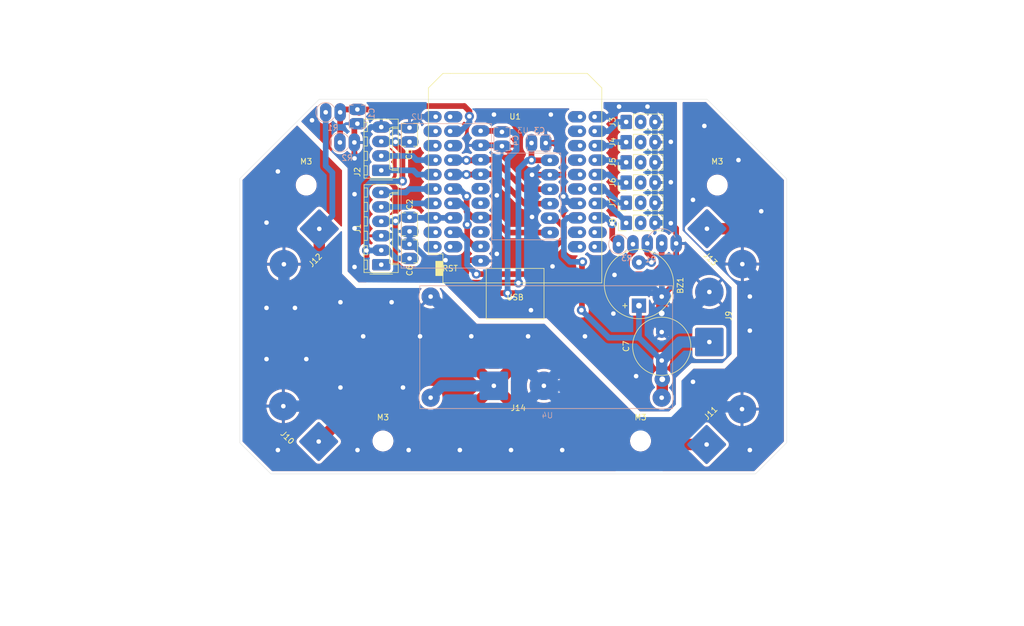
<source format=kicad_pcb>
(kicad_pcb (version 20241229) (generator "pcbnew") (generator_version "9.0")
  (title_block (title "ESP32FC - PCB for X Quadcopter Drones") (date "2025-06-29") (rev "v2.0"))
  (layers (0 "F.Cu" signal) (2 "B.Cu" signal) (13 "F.Paste" user) (15 "B.Paste" user) (5 "F.SilkS" user "F.Silkscreen") (7 "B.SilkS" user "B.Silkscreen") (1 "F.Mask" user) (3 "B.Mask" user) (25 "Edge.Cuts" user))
  (net 0 "")
  (net 1 "+5V")
  (net 2 "Net-(BZ1--)")
  (net 3 "GND")
  (net 4 "VMeter")
  (net 5 "+3.3V")
  (net 6 "+BATT")
  (net 7 "M3")
  (net 8 "M4")
  (net 9 "M2")
  (net 10 "M1")
  (net 11 "TX2")
  (net 12 "RX2")
  (net 13 "RX3")
  (net 14 "TX3")
  (net 15 "Net-(Q1-B)")
  (net 16 "SA0{slash}SD0{slash}AD0-MISO")
  (net 17 "Buzzer")
  (net 18 "StatusLED")
  (net 19 "SCK{slash}SCL")
  (net 21 "CSB")
  (net 34 "NCS")
  (net 39 "SDA{slash}SDI-MOSI")
  (net 47 "GNDPWR")
  (net 49 "SERVO1")
  (net 51 "SERVO2")
  (footprint "MountingHole:MountingHole_3.2mm_M3" (layer "F.Cu") (at 125.47875 126.4)
    (property "Reference" "M3")
    (property "Value" "MountingHole_3.2mm_M3")
  )
  (footprint "Capacitor_THT:C_Disc_D3.8mm_W2.6mm_P2.50mm" (layer "F.Cu") (at 130.15125 87.05 -90)
    (property "Reference" "C2")
    (property "Value" "100n")
  )
  (footprint "Connector_Molex:Molex_KK-254_AE-6410-06A_1x06_P2.54mm_Vertical" (layer "F.Cu") (at 125.17875 95.4 90)
    (property "Reference" "J1")
    (property "Value" "Conn_01x06_Pin")
  )
  (footprint "Capacitor_THT:C_Radial_D10.0mm_H12.5mm_P5.00mm" (layer "F.Cu") (at 174.50125 112.25 90)
    (property "Reference" "C7")
    (property "Value" "47u")
  )
  (footprint "MountingHole:MountingHole_3.2mm_M3" (layer "F.Cu") (at 170.77875 126.4)
    (property "Reference" "M3")
    (property "Value" "MountingHole_3.2mm_M3")
  )
  (footprint "Connector_PinHeader_2.54mm:PinHeader_1x03_P2.54mm_Vertical" (layer "F.Cu") (at 168.25 84.5 90)
    (property "Reference" "J7")
    (property "Value" "Conn_01x03_Pin")
  )
  (footprint "Connector_Wire:SolderWire-2.5sqmm_1x02_P8.8mm_D2.4mm_OD4.4mm" (layer "F.Cu") (at 114.27875 89.1 -135)
    (property "Reference" "J12")
    (property "Value" "Screw_Terminal_01x02" (hide yes))
  )
  (footprint "Connector_Wire:SolderWire-2.5sqmm_1x02_P8.8mm_D2.4mm_OD4.4mm" (layer "F.Cu") (at 114.17875 126.5 135)
    (property "Reference" "J10")
    (property "Value" "Screw_Terminal_01x02")
  )
  (footprint "esp32-wemos-d1-mini:esp32-wemos-d1-mini" (layer "F.Cu") (at 148.720615 80.815635)
    (property "Reference" "U1")
    (property "Value" "esp32-wemos-d1-mini")
  )
  (footprint "Capacitor_THT:C_Disc_D3.8mm_W2.6mm_P2.50mm" (layer "F.Cu") (at 130.15125 94.3 90)
    (property "Reference" "C6")
    (property "Value" "100n")
  )
  (footprint "Connector_PinHeader_2.54mm:PinHeader_1x03_P2.54mm_Vertical" (layer "F.Cu") (at 168.25 70.3 90)
    (property "Reference" "J3")
    (property "Value" "Conn_01x03_Pin")
  )
  (footprint "Connector_PinHeader_2.54mm:PinHeader_1x03_P2.54mm_Vertical" (layer "F.Cu") (at 168.25 80.95 90)
    (property "Reference" "J6")
    (property "Value" "Conn_01x03_Pin")
  )
  (footprint "Connector_Molex:Molex_KK-254_AE-6410-04A_1x04_P2.54mm_Vertical" (layer "F.Cu") (at 125.17875 78.81 90)
    (property "Reference" "J2")
    (property "Value" "Conn_01x04_Pin")
  )
  (footprint "Connector_Wire:SolderWire-2.5sqmm_1x02_P8.8mm_D2.4mm_OD4.4mm" (layer "F.Cu") (at 144.97875 116.7)
    (property "Reference" "J14")
    (property "Value" "Screw_Terminal_01x02" (hide yes))
  )
  (footprint "Connector_Wire:SolderWire-2.5sqmm_1x02_P8.8mm_D2.4mm_OD4.4mm" (layer "F.Cu") (at 182.40129 127.02254 45)
    (property "Reference" "J11")
    (property "Value" "Screw_Terminal_01x02" (hide yes))
  )
  (footprint "Connector_Wire:SolderWire-2.5sqmm_1x02_P8.8mm_D2.4mm_OD4.4mm" (layer "F.Cu") (at 182.45621 89.07746 -45)
    (property "Reference" "J13")
    (property "Value" "Screw_Terminal_01x02")
  )
  (footprint "Capacitor_THT:C_Disc_D3.8mm_W2.6mm_P2.50mm" (layer "F.Cu") (at 130.15125 73.8 90)
    (property "Reference" "C5")
    (property "Value" "100n")
  )
  (footprint "Connector_PinHeader_2.54mm:PinHeader_1x03_P2.54mm_Vertical" (layer "F.Cu") (at 168.25 77.4 90)
    (property "Reference" "J5")
    (property "Value" "Conn_01x03_Pin")
  )
  (footprint "MountingHole:MountingHole_3.2mm_M3" (layer "F.Cu") (at 111.97875 81.4)
    (property "Reference" "M3")
    (property "Value" "MountingHole_3.2mm_M3")
  )
  (footprint "Buzzer_Beeper:Buzzer_12x9.5RM7.6" (layer "F.Cu") (at 170.5 102.6 90)
    (property "Reference" "BZ1")
    (property "Value" "Buzzer")
  )
  (footprint "Connector_Wire:SolderWire-2.5sqmm_1x02_P8.8mm_D2.4mm_OD4.4mm" (layer "F.Cu") (at 182.87875 109 90)
    (property "Reference" "J9")
    (property "Value" "Screw_Terminal_01x02")
  )
  (footprint "MountingHole:MountingHole_3.2mm_M3" (layer "F.Cu") (at 184.27875 81.4)
    (property "Reference" "M3")
    (property "Value" "MountingHole_3.2mm_M3")
  )
  (footprint "Connector_PinHeader_2.54mm:PinHeader_1x03_P2.54mm_Vertical" (layer "F.Cu") (at 168.25 88.05 90)
    (property "Reference" "J8")
    (property "Value" "Conn_01x03_Pin")
  )
  (footprint "Connector_PinHeader_2.54mm:PinHeader_1x03_P2.54mm_Vertical" (layer "F.Cu") (at 168.25 73.85 90)
    (property "Reference" "J4")
    (property "Value" "Conn_01x03_Pin")
  )
  (footprint "esp32-wemos-d1-mini:xl4005 DC-DC stepdown module" (layer "B.Cu") (at 154.17875 124.505)
    (property "Reference" "U4")
    (property "Value" "~")
  )
  (footprint "Package_TO_SOT_THT:TO-92_Inline_Wide" (layer "B.Cu") (at 177.04 91.66 180)
    (property "Reference" "Q1")
    (property "Value" "2N3904")
  )
  (footprint "Capacitor_THT:C_Disc_D3.8mm_W2.6mm_P2.50mm" (layer "B.Cu") (at 151.6 74)
    (property "Reference" "C3")
    (property "Value" "100n")
  )
  (footprint "esp32-wemos-d1-mini:bmp280" (layer "B.Cu") (at 150.3825 71.97 180)
    (property "Reference" "U3")
    (property "Value" "~")
  )
  (footprint "Resistor_THT:R_Axial_DIN0309_L9.0mm_D3.2mm_P2.54mm_Vertical" (layer "B.Cu") (at 117.90875 73.9)
    (property "Reference" "R2")
    (property "Value" "3.3k")
  )
  (footprint "esp32-wemos-d1-mini:mpu9250" (layer "B.Cu") (at 136.30125 66.79 180)
    (property "Reference" "U2")
    (property "Value" "~")
  )
  (footprint "Capacitor_THT:C_Disc_D3.8mm_W2.6mm_P2.50mm" (layer "B.Cu") (at 120.97875 68.1 -90)
    (property "Reference" "C1")
    (property "Value" "100n")
  )
  (footprint "Capacitor_THT:C_Disc_D3.8mm_W2.6mm_P2.50mm" (layer "B.Cu") (at 146.40125 72.05 -90)
    (property "Reference" "C4")
    (property "Value" "100n")
  )
  (footprint "Resistor_THT:R_Axial_DIN0309_L9.0mm_D3.2mm_P2.54mm_Vertical" (layer "B.Cu") (at 166.9 91.8)
    (property "Reference" "R3")
    (property "Value" "1k")
  )
  (footprint "Resistor_THT:R_Axial_DIN0309_L9.0mm_D3.2mm_P2.54mm_Vertical" (layer "B.Cu") (at 115.40875 68.6)
    (property "Reference" "R1")
    (property "Value" "22k")
  )
  (gr_line (start 100.27875 126.7) (end 105.77875 132.2) (stroke (width 0.05)) (layer "Edge.Cuts"))
  (gr_line (start 114.27875 66.3) (end 182.47875 66.3) (stroke (width 0.05)) (layer "Edge.Cuts"))
  (gr_line (start 100.27875 126.7) (end 100.27875 80.3) (stroke (width 0.05)) (layer "Edge.Cuts"))
  (gr_line (start 105.77875 132.2) (end 190.97875 132.2) (stroke (width 0.05)) (layer "Edge.Cuts"))
  (gr_line (start 190.97875 132.2) (end 196.47875 126.7) (stroke (width 0.05)) (layer "Edge.Cuts"))
  (gr_line (start 114.27875 66.3) (end 100.27875 80.3) (stroke (width 0.05)) (layer "Edge.Cuts"))
  (gr_line (start 182.47875 66.3) (end 196.47875 80.3) (stroke (width 0.05)) (layer "Edge.Cuts"))
  (gr_line (start 196.47875 80.3) (end 196.47875 126.7) (stroke (width 0.05)) (layer "Edge.Cuts"))
  (segment (start 122.57875 96.9) (end 122.57875 92.9) (width 1) (layer "F.Cu") (net 1))
  (segment (start 146.47125 71.87) (end 146.65125 72.05) (width 1) (layer "F.Cu") (net 1))
  (segment (start 122.57875 92.9) (end 122.6 92.87875) (width 1) (layer "F.Cu") (net 1))
  (segment (start 147.4 100.4) (end 160.37875 100.4) (width 1) (layer "F.Cu") (net 1))
  (segment (start 160.57875 94.9) (end 160.47875 95) (width 1) (layer "F.Cu") (net 1))
  (segment (start 128.9 80.7) (end 128.9 75.5) (width 1) (layer "F.Cu") (net 1))
  (segment (start 142.90125 71.87) (end 146.47125 71.87) (width 1) (layer "F.Cu") (net 1))
  (segment (start 123.27875 97.6) (end 122.57875 96.9) (width 1) (layer "F.Cu") (net 1))
  (segment (start 174.60125 117.6875) (end 174.49875 117.79) (width 2) (layer "F.Cu") (net 1))
  (segment (start 174.52125 115.63) (end 174.60125 115.55) (width 2) (layer "F.Cu") (net 1))
  (segment (start 160.47875 103.3) (end 160.37875 103.4) (width 1) (layer "F.Cu") (net 1))
  (segment (start 128.9 75.5) (end 127.7 74.3) (width 1) (layer "F.Cu") (net 1))
  (segment (start 160.47875 95) (end 160.47875 100.3) (width 1) (layer "F.Cu") (net 1))
  (segment (start 147.4 100.4) (end 140.2 100.4) (width 1) (layer "F.Cu") (net 1))
  (segment (start 160.47875 100.3) (end 160.47875 103.3) (width 1) (layer "F.Cu") (net 1))
  (segment (start 140.2 100.4) (end 137.4 97.6) (width 1) (layer "F.Cu") (net 1))
  (segment (start 160.37875 100.4) (end 160.47875 100.3) (width 1) (layer "F.Cu") (net 1))
  (segment (start 127.7 74.3) (end 127.7 73.8) (width 1) (layer "F.Cu") (net 1))
  (segment (start 137.4 97.6) (end 123.27875 97.6) (width 1) (layer "F.Cu") (net 1))
  (segment (start 174.60125 115.55) (end 174.60125 117.6875) (width 2) (layer "F.Cu") (net 1))
  (via (at 128.9 80.7) (size 1.6) (drill 0.8) (layers "F.Cu" "B.Cu") (net 1))
  (via (at 160.57875 94.9) (size 1.6) (drill 0.8) (layers "F.Cu" "B.Cu") (net 1))
  (via (at 174.60125 115.55) (size 2.7) (drill 1) (layers "F.Cu" "B.Cu") (net 1))
  (via (at 160.37875 103.4) (size 1.6) (drill 0.8) (layers "F.Cu" "B.Cu") (net 1))
  (via (at 127.7 73.8) (size 1.6) (drill 0.8) (layers "F.Cu" "B.Cu") (net 1))
  (via (at 147.4 100.4) (size 1.6) (drill 0.8) (layers "F.Cu" "B.Cu") (net 1))
  (via (at 122.57875 92.9) (size 1.6) (drill 0.8) (layers "F.Cu" "B.Cu") (net 1))
  (segment (start 174.50125 115.45) (end 174.60125 115.55) (width 2) (layer "B.Cu") (net 1))
  (segment (start 126.40125 92.855635) (end 127.845615 94.3) (width 1) (layer "B.Cu") (net 1))
  (segment (start 158.37875 94.9) (end 157.299615 93.820865) (width 1) (layer "B.Cu") (net 1))
  (segment (start 174.60125 112.35) (end 174.50125 112.25) (width 2) (layer "B.Cu") (net 1))
  (segment (start 182.87875 109) (end 177.75125 109) (width 2) (layer "B.Cu") (net 1))
  (segment (start 122.57875 92.9) (end 122.57875 81.62125) (width 1) (layer "B.Cu") (net 1))
  (segment (start 147.4 100.4) (end 147.4 76.85) (width 1) (layer "B.Cu") (net 1))
  (segment (start 122.57875 92.9) (end 124.39002 92.9) (width 1) (layer "B.Cu") (net 1))
  (segment (start 160.57875 94.9) (end 158.37875 94.9) (width 1) (layer "B.Cu") (net 1))
  (segment (start 148.3 72.05) (end 146.40125 72.05) (width 1) (layer "B.Cu") (net 1))
  (segment (start 170.50125 108.25) (end 174.50125 112.25) (width 1) (layer "B.Cu") (net 1))
  (segment (start 126.456885 92.8) (end 126.40125 92.855635) (width 1) (layer "B.Cu") (net 1))
  (segment (start 127.845615 94.3) (end 130.15125 94.3) (width 1) (layer "B.Cu") (net 1))
  (segment (start 122.57875 81.62125) (end 123.5 80.7) (width 1) (layer "B.Cu") (net 1))
  (segment (start 170.50125 102.45) (end 170.50125 108.25) (width 1) (layer "B.Cu") (net 1))
  (segment (start 149 72.75) (end 148.3 72.05) (width 1) (layer "B.Cu") (net 1))
  (segment (start 165.22875 108.25) (end 170.50125 108.25) (width 1) (layer "B.Cu") (net 1))
  (segment (start 160.37875 103.4) (end 165.22875 108.25) (width 1) (layer "B.Cu") (net 1))
  (segment (start 174.50125 112.25) (end 174.50125 115.45) (width 2) (layer "B.Cu") (net 1))
  (segment (start 157.299615 93.820865) (end 157.299615 87.764712) (width 1) (layer "B.Cu") (net 1))
  (segment (start 124.39002 92.9) (end 124.434385 92.855635) (width 1) (layer "B.Cu") (net 1))
  (segment (start 147.4 76.85) (end 149 75.25) (width 1) (layer "B.Cu") (net 1))
  (segment (start 149 75.25) (end 149 72.75) (width 1) (layer "B.Cu") (net 1))
  (segment (start 123.5 80.7) (end 128.9 80.7) (width 1) (layer "B.Cu") (net 1))
  (segment (start 127.7 73.8) (end 126.715615 73.8) (width 1) (layer "B.Cu") (net 1))
  (segment (start 124.434385 92.855635) (end 126.40125 92.855635) (width 1) (layer "B.Cu") (net 1))
  (segment (start 130.15125 73.8) (end 127.7 73.8) (width 1) (layer "B.Cu") (net 1))
  (segment (start 177.75125 109) (end 174.50125 112.25) (width 2) (layer "B.Cu") (net 1))
  (segment (start 157.898692 87.165635) (end 160.150615 87.165635) (width 1) (layer "B.Cu") (net 1))
  (segment (start 157.299615 87.764712) (end 157.898692 87.165635) (width 1) (layer "B.Cu") (net 1))
  (segment (start 174.55125 112.3) (end 174.50125 112.25) (width 2) (layer "B.Cu") (net 1))
  (segment (start 172.689339 94.989339) (end 172.689339 94.069339) (width 1) (layer "F.Cu") (net 2))
  (segment (start 172.689339 94.069339) (end 171.96 93.34) (width 1) (layer "F.Cu") (net 2))
  (segment (start 171.96 93.34) (end 171.96 91.66) (width 1) (layer "F.Cu") (net 2))
  (via (at 172.689339 94.989339) (size 1.6) (drill 0.8) (layers "F.Cu" "B.Cu") (net 2))
  (segment (start 170.5 95) (end 172.678678 95) (width 1) (layer "B.Cu") (net 2))
  (segment (start 172.678678 95) (end 172.689339 94.989339) (width 1) (layer "B.Cu") (net 2))
  (segment (start 142.65125 94.73) (end 142.52125 94.6) (width 1) (layer "F.Cu") (net 3))
  (segment (start 121.91875 70.64) (end 121.87875 70.6) (width 1) (layer "F.Cu") (net 3))
  (segment (start 157.2 79.6) (end 157.2 75.6) (width 1) (layer "F.Cu") (net 3))
  (segment (start 154.1 74) (end 155.6 74) (width 1) (layer "F.Cu") (net 3))
  (segment (start 146.65125 74.55) (end 151.69125 79.59) (width 1) (layer "F.Cu") (net 3))
  (segment (start 157.19 79.59) (end 157.2 79.6) (width 1) (layer "F.Cu") (net 3))
  (segment (start 174.52125 103.93) (end 174.50125 103.95) (width 2) (layer "F.Cu") (net 3))
  (segment (start 177.04 98.46875) (end 174.49875 101.01) (width 1) (layer "F.Cu") (net 3))
  (segment (start 120.44875 75.83) (end 120.44875 73.9) (width 1) (layer "F.Cu") (net 3))
  (segment (start 157.2 83.4) (end 157.2 79.6) (width 1) (layer "F.Cu") (net 3))
  (segment (start 120.44875 73.9) (end 120.44875 71.13) (width 1) (layer "F.Cu") (net 3))
  (segment (start 177.04 91.66) (end 177.04 98.46875) (width 1) (layer "F.Cu") (net 3))
  (segment (start 155.6 74) (end 157.2 75.6) (width 1) (layer "F.Cu") (net 3))
  (segment (start 120.47875 75.86) (end 120.44875 75.83) (width 1) (layer "F.Cu") (net 3))
  (segment (start 142.52125 94.6) (end 136.47875 94.6) (width 1) (layer "F.Cu") (net 3))
  (segment (start 120.44875 71.13) (end 120.97875 70.6) (width 1) (layer "F.Cu") (net 3))
  (segment (start 120.47875 76.7) (end 120.47875 75.86) (width 1) (layer "F.Cu") (net 3))
  (segment (start 177.04 89.04) (end 177.04 91.66) (width 1) (layer "F.Cu") (net 3))
  (segment (start 174.52125 100.86) (end 174.52125 103.93) (width 2) (layer "F.Cu") (net 3))
  (segment (start 176.1 88.1) (end 177.04 89.04) (width 1) (layer "F.Cu") (net 3))
  (segment (start 154.77875 79.59) (end 157.19 79.59) (width 1) (layer "F.Cu") (net 3))
  (segment (start 151.69125 79.59) (end 154.77875 79.59) (width 1) (layer "F.Cu") (net 3))
  (segment (start 145.01125 74.41) (end 142.90125 74.41) (width 1) (layer "F.Cu") (net 3))
  (via (at 157.2 83.4) (size 1.6) (drill 0.8) (layers "F.Cu" "B.Cu") (net 3))
  (via (at 155.3 95.7) (size 1.6) (drill 0.8) (layers "F.Cu" "B.Cu") (net 3))
  (via (at 151.69125 87) (size 1.6) (drill 0.8) (layers "F.Cu" "B.Cu") (net 3))
  (via (at 166 104) (size 1.6) (drill 0.8) (layers "F.Cu" "B.Cu") (net 3))
  (via (at 120.47875 89) (size 1.6) (drill 0.8) (layers "F.Cu" "B.Cu") (net 3))
  (via (at 113 70) (size 1.6) (drill 0.8) (layers "F.Cu" "B.Cu") (net 3))
  (via (at 176.1 73.8) (size 1.6) (drill 0.8) (layers "F.Cu" "B.Cu") (net 3))
  (via (at 145 69) (size 1.6) (drill 0.8) (layers "F.Cu" "B.Cu") (net 3))
  (via (at 120.47875 95.8) (size 1.6) (drill 0.8) (layers "F.Cu" "B.Cu") (net 3))
  (via (at 176.1 88.1) (size 1.6) (drill 0.8) (layers "F.Cu" "B.Cu") (net 3))
  (via (at 167 67.6) (size 1.6) (drill 0.8) (layers "F.Cu" "B.Cu") (net 3))
  (via (at 151.69125 79.59) (size 1.6) (drill 0.8) (layers "F.Cu" "B.Cu") (net 3))
  (via (at 172 67.6) (size 1.6) (drill 0.8) (layers "F.Cu" "B.Cu") (net 3))
  (via (at 136.47875 94.6) (size 1.6) (drill 0.8) (layers "F.Cu" "B.Cu") (net 3))
  (via (at 120.47875 76.7) (size 1.6) (drill 0.8) (layers "F.Cu" "B.Cu") (net 3))
  (via (at 161 108) (size 1.6) (drill 0.8) (layers "F.Cu" "B.Cu") (net 3))
  (via (at 170 115) (size 1.6) (drill 0.8) (layers "F.Cu" "B.Cu") (net 3))
  (via (at 145.5 83.2) (size 1.6) (drill 0.8) (layers "F.Cu" "B.Cu") (net 3))
  (via (at 166.2 97.2) (size 1.6) (drill 0.8) (layers "F.Cu" "B.Cu") (net 3))
  (via (at 145.5 93.5) (size 1.6) (drill 0.8) (layers "F.Cu" "B.Cu") (net 3))
  (via (at 120.47875 83) (size 1.6) (drill 0.8) (layers "F.Cu" "B.Cu") (net 3))
  (via (at 176.1 80.9) (size 1.6) (drill 0.8) (layers "F.Cu" "B.Cu") (net 3))
  (via (at 155 69) (size 1.6) (drill 0.8) (layers "F.Cu" "B.Cu") (net 3))
  (via (at 151.50573 103.400707) (size 1.6) (drill 0.8) (layers "F.Cu" "B.Cu") (net 3))
  (via (at 174.50125 103.95) (size 2.7) (drill 1) (layers "F.Cu" "B.Cu") (net 3))
  (segment (start 122.27875 97.6) (end 120.47875 95.8) (width 1) (layer "B.Cu") (net 3))
  (segment (start 130.15125 91.8) (end 129.05125 91.8) (width 1) (layer "B.Cu") (net 3))
  (segment (start 176.07875 107) (end 174.50125 107) (width 2) (layer "B.Cu") (net 3))
  (segment (start 160.150615 84.625635) (end 158.425635 84.625635) (width 1) (layer "B.Cu") (net 3))
  (segment (start 167 67.55) (end 165.164365 69.385635) (width 1) (layer "B.Cu") (net 3))
  (segment (start 151.69125 92.09125) (end 155.3 95.7) (width 1) (layer "B.Cu") (net 3))
  (segment (start 173.300615 68.900615) (end 172 67.6) (width 1) (layer "B.Cu") (net 3))
  (segment (start 173.27875 97.2) (end 174.52125 98.4425) (width 1) (layer "B.Cu") (net 3))
  (segment (start 174.52125 98.4425) (end 174.52125 100.86) (width 1) (layer "B.Cu") (net 3))
  (segment (start 120.47875 76.7) (end 120.47875 83) (width 1) (layer "B.Cu") (net 3))
  (segment (start 133.356827 94.5) (end 130.656827 91.8) (width 1) (layer "B.Cu") (net 3))
  (segment (start 129.05125 91.8) (end 127.566885 90.315635) (width 1) (layer "B.Cu") (net 3))
  (segment (start 172.56125 98.9) (end 174.52125 100.86) (width 1) (layer "B.Cu") (net 3))
  (segment (start 122.57875 75.7) (end 122.57875 72) (width 1) (layer "B.Cu") (net 3))
  (segment (start 130.656827 91.8) (end 130.15125 91.8) (width 1) (layer "B.Cu") (net 3))
  (segment (start 149.77875 103.4) (end 143.17875 103.4) (width 1) (layer "B.Cu") (net 3))
  (segment (start 176.05 88.05) (end 176.1 88.1) (width 1) (layer "B.Cu") (net 3))
  (segment (start 154.5 100.4) (end 174.06125 100.4) (width 1) (layer "B.Cu") (net 3))
  (segment (start 174.50125 107.25) (end 174.50125 107) (width 2) (layer "B.Cu") (net 3))
  (segment (start 182.87875 100.2) (end 176.07875 107) (width 2) (layer "B.Cu") (net 3))
  (segment (start 123.38875 71.19) (end 125.17875 71.19) (width 1) (layer "B.Cu") (net 3))
  (segment (start 151.69125 87) (end 151.69125 92.09125) (width 1) (layer "B.Cu") (net 3))
  (segment (start 143.17875 103.4) (end 137.37875 97.6) (width 1) (layer "B.Cu") (net 3))
  (segment (start 136.37875 94.5) (end 133.356827 94.5) (width 1) (layer "B.Cu") (net 3))
  (segment (start 152.7 98.9) (end 172.56125 98.9) (width 1) (layer "B.Cu") (net 3))
  (segment (start 151.50573 103.400707) (end 151.50573 103.39427) (width 1) (layer "B.Cu") (net 3))
  (segment (start 165.164365 69.385635) (end 162.690615 69.385635) (width 1) (layer "B.Cu") (net 3))
  (segment (start 151.50573 103.39427) (end 154.5 100.4) (width 1) (layer "B.Cu") (net 3))
  (segment (start 126.65125 71.195635) (end 130.046885 71.195635) (width 1) (layer "B.Cu") (net 3))
  (segment (start 136.47875 94.6) (end 143.87875 102) (width 1) (layer "B.Cu") (net 3))
  (segment (start 156.8 97.2) (end 166.2 97.2) (width 1) (layer "B.Cu") (net 3))
  (segment (start 130.046885 71.195635) (end 130.15125 71.3) (width 1) (layer "B.Cu") (net 3))
  (segment (start 122.57875 72) (end 123.38875 71.19) (width 1) (layer "B.Cu") (net 3))
  (segment (start 174.28125 101.1) (end 174.52125 100.86) (width 1) (layer "B.Cu") (net 3))
  (segment (start 120.47875 76.7) (end 121.57875 76.7) (width 1) (layer "B.Cu") (net 3))
  (segment (start 173.300615 83.949365) (end 173.300615 68.900615) (width 1) (layer "B.Cu") (net 3))
  (segment (start 137.37875 97.6) (end 122.27875 97.6) (width 1) (layer "B.Cu") (net 3))
  (segment (start 127.566885 90.315635) (end 126.40125 90.315635) (width 1) (layer "B.Cu") (net 3))
  (segment (start 130.15125 91.8) (end 130.15125 89.55) (width 1) (layer "B.Cu") (net 3))
  (segment (start 155.3 95.7) (end 156.8 97.2) (width 1) (layer "B.Cu") (net 3))
  (segment (start 136.47875 94.6) (end 136.37875 94.5) (width 1) (layer "B.Cu") (net 3))
  (segment (start 151.50573 103.400707) (end 149.779457 103.400707) (width 1) (layer "B.Cu") (net 3))
  (segment (start 120.47875 83) (end 120.47875 88) (width 1) (layer "B.Cu") (net 3))
  (segment (start 149.6 102) (end 152.7 98.9) (width 1) (layer "B.Cu") (net 3))
  (segment (start 172 67.6) (end 172 67.55) (width 1) (layer "B.Cu") (net 3))
  (segment (start 166.2 97.2) (end 173.27875 97.2) (width 1) (layer "B.Cu") (net 3))
  (segment (start 132.065615 69.385635) (end 130.15125 71.3) (width 1) (layer "B.Cu") (net 3))
  (segment (start 167 67.6) (end 172 67.6) (width 1) (layer "B.Cu") (net 3))
  (segment (start 173.33 88.05) (end 176.05 88.05) (width 1) (layer "B.Cu") (net 3))
  (segment (start 120.47875 88) (end 120.47875 95.8) (width 1) (layer "B.Cu") (net 3))
  (segment (start 174.06125 100.4) (end 174.52125 100.86) (width 1) (layer "B.Cu") (net 3))
  (segment (start 143.87875 102) (end 149.6 102) (width 1) (layer "B.Cu") (net 3))
  (segment (start 149.779457 103.400707) (end 149.77875 103.4) (width 1) (layer "B.Cu") (net 3))
  (segment (start 158.425635 84.625635) (end 157.2 83.4) (width 1) (layer "B.Cu") (net 3))
  (segment (start 121.57875 76.7) (end 122.57875 75.7) (width 1) (layer "B.Cu") (net 3))
  (segment (start 134.750615 69.385635) (end 132.065615 69.385635) (width 1) (layer "B.Cu") (net 3))
  (segment (start 174.50125 107) (end 174.50125 103.95) (width 2) (layer "B.Cu") (net 3))
  (segment (start 151.69125 79.59) (end 151.69125 87) (width 1) (layer "B.Cu") (net 3))
  (segment (start 173.33 84.5) (end 173.33 88.05) (width 1) (layer "B.Cu") (net 3))
  (segment (start 121.17875 68.6) (end 121.27875 68.7) (width 1) (layer "F.Cu") (net 4))
  (segment (start 130.534385 68.1) (end 118.44875 68.1) (width 1) (layer "F.Cu") (net 4))
  (segment (start 140.67875 69.3) (end 140.67875 68.4) (width 1) (layer "F.Cu") (net 4))
  (segment (start 139.77875 67.5) (end 131.134385 67.5) (width 1) (layer "F.Cu") (net 4))
  (segment (start 117.94875 68.6) (end 117.94875 73.86) (width 1) (layer "F.Cu") (net 4))
  (segment (start 118.44875 68.1) (end 117.94875 68.6) (width 1) (layer "F.Cu") (net 4))
  (segment (start 117.94875 73.86) (end 117.90875 73.9) (width 1) (layer "F.Cu") (net 4))
  (segment (start 140.67875 68.4) (end 139.77875 67.5) (width 1) (layer "F.Cu") (net 4))
  (segment (start 131.134385 67.5) (end 130.534385 68.1) (width 1) (layer "F.Cu") (net 4))
  (via (at 140.67875 69.3) (size 1.6) (drill 0.8) (layers "F.Cu" "B.Cu") (net 4))
  (segment (start 140.67875 70.4) (end 140.67875 69.3) (width 1) (layer "B.Cu") (net 4))
  (segment (start 139.153115 71.925635) (end 140.67875 70.4) (width 1) (layer "B.Cu") (net 4))
  (segment (start 137.290615 71.925635) (end 139.153115 71.925635) (width 1) (layer "B.Cu") (net 4))
  (segment (start 138.1 96.2) (end 140.459 98.559) (width 1) (layer "F.Cu") (net 5))
  (segment (start 154.77875 77.05) (end 151.65 77.05) (width 1) (layer "F.Cu") (net 5))
  (segment (start 140.459 98.559) (end 146.13775 98.559) (width 1) (layer "F.Cu") (net 5))
  (segment (start 127.7 95.07125) (end 128.82875 96.2) (width 1) (layer "F.Cu") (net 5))
  (segment (start 127.76175 87.7) (end 127.7 87.76175) (width 1) (layer "F.Cu") (net 5))
  (segment (start 149.244069 98.55) (end 149.3 98.605931) (width 1) (layer "F.Cu") (net 5))
  (segment (start 146.13775 98.559) (end 146.14675 98.55) (width 1) (layer "F.Cu") (net 5))
  (segment (start 128.82875 96.2) (end 138.1 96.2) (width 1) (layer "F.Cu") (net 5))
  (segment (start 151.65 77.05) (end 151.6 77) (width 1) (layer "F.Cu") (net 5))
  (segment (start 127.7 87.7) (end 127.76175 87.7) (width 1) (layer "F.Cu") (net 5))
  (segment (start 151.6 74) (end 151.6 77) (width 1) (layer "F.Cu") (net 5))
  (segment (start 127.7 87.76175) (end 127.7 95.07125) (width 1) (layer "F.Cu") (net 5))
  (segment (start 146.14675 98.55) (end 149.244069 98.55) (width 1) (layer "F.Cu") (net 5))
  (via (at 149.3 98.605931) (size 1.6) (drill 0.8) (layers "F.Cu" "B.Cu") (net 5))
  (via (at 151.6 77) (size 1.6) (drill 0.8) (layers "F.Cu" "B.Cu") (net 5))
  (via (at 127.7 87.7) (size 1.6) (drill 0.8) (layers "F.Cu" "B.Cu") (net 5))
  (segment (start 149.3 78.6) (end 150.9 77) (width 1) (layer "B.Cu") (net 5))
  (segment (start 134.750615 87.165635) (end 130.766885 87.165635) (width 1) (layer "B.Cu") (net 5))
  (segment (start 150.9 77) (end 151.6 77) (width 1) (layer "B.Cu") (net 5))
  (segment (start 127.89875 87.78) (end 128.62875 87.05) (width 1) (layer "B.Cu") (net 5))
  (segment (start 151.65 77.05) (end 151.6 77) (width 1) (layer "B.Cu") (net 5))
  (segment (start 127.78 87.78) (end 127.89875 87.78) (width 1) (layer "B.Cu") (net 5))
  (segment (start 128.62875 87.05) (end 130.15125 87.05) (width 1) (layer "B.Cu") (net 5))
  (segment (start 149.3 98.605931) (end 149.3 78.6) (width 1) (layer "B.Cu") (net 5))
  (segment (start 137.290615 87.165635) (end 134.750615 87.165635) (width 1) (layer "B.Cu") (net 5))
  (segment (start 130.266885 87.165635) (end 130.15125 87.05) (width 1) (layer "B.Cu") (net 5))
  (segment (start 127.62 87.78) (end 125.17875 87.78) (width 1) (layer "B.Cu") (net 5))
  (segment (start 127.7 87.7) (end 127.62 87.78) (width 1) (layer "B.Cu") (net 5))
  (segment (start 127.7 87.7) (end 127.78 87.78) (width 1) (layer "B.Cu") (net 5))
  (segment (start 114.27875 89.1) (end 114.27875 105.6) (width 2) (layer "F.Cu") (net 6))
  (segment (start 160.57875 123.5) (end 167.37875 130.3) (width 2) (layer "F.Cu") (net 6))
  (segment (start 120.57875 111.9) (end 140.17875 111.9) (width 2) (layer "F.Cu") (net 6))
  (segment (start 193.77875 93.1) (end 193.77875 109.3) (width 2) (layer "F.Cu") (net 6))
  (segment (start 167.87875 123.4) (end 156.17875 111.7) (width 2) (layer "F.Cu") (net 6))
  (segment (start 151.77875 123.5) (end 160.57875 123.5) (width 2) (layer "F.Cu") (net 6))
  (segment (start 114.17875 126.5) (end 117.87875 122.8) (width 2) (layer "F.Cu") (net 6))
  (segment (start 149.97875 111.7) (end 144.97875 116.7) (width 2) (layer "F.Cu") (net 6))
  (segment (start 189.75621 89.07746) (end 193.77875 93.1) (width 2) (layer "F.Cu") (net 6))
  (segment (start 117.87875 122.8) (end 138.87875 122.8) (width 2) (layer "F.Cu") (net 6))
  (segment (start 167.37875 130.3) (end 173.67875 130.3) (width 2) (layer "F.Cu") (net 6))
  (segment (start 177 123.4) (end 167.87875 123.4) (width 2) (layer "F.Cu") (net 6))
  (segment (start 193.77875 109.3) (end 186.37875 116.7) (width 2) (layer "F.Cu") (net 6))
  (segment (start 183.7 116.7) (end 177 123.4) (width 2) (layer "F.Cu") (net 6))
  (segment (start 176.95621 127.02254) (end 182.40129 127.02254) (width 2) (layer "F.Cu") (net 6))
  (segment (start 173.67875 130.3) (end 176.95621 127.02254) (width 2) (layer "F.Cu") (net 6))
  (segment (start 182.45621 89.07746) (end 189.75621 89.07746) (width 2) (layer "F.Cu") (net 6))
  (segment (start 186.37875 116.7) (end 183.7 116.7) (width 2) (layer "F.Cu") (net 6))
  (segment (start 140.17875 111.9) (end 144.97875 116.7) (width 2) (layer "F.Cu") (net 6))
  (segment (start 138.87875 122.8) (end 144.97875 116.7) (width 2) (layer "F.Cu") (net 6))
  (segment (start 156.17875 111.7) (end 149.97875 111.7) (width 2) (layer "F.Cu") (net 6))
  (segment (start 114.27875 105.6) (end 120.57875 111.9) (width 2) (layer "F.Cu") (net 6))
  (segment (start 144.97875 116.7) (end 151.77875 123.5) (width 2) (layer "F.Cu") (net 6))
  (segment (start 115.40875 78.03) (end 116.57875 79.2) (width 1) (layer "B.Cu") (net 6))
  (segment (start 116.57875 86.8) (end 114.27875 89.1) (width 1) (layer "B.Cu") (net 6))
  (segment (start 144.97875 116.7) (end 135.82125 116.7) (width 2) (layer "B.Cu") (net 6))
  (segment (start 135.82125 116.7) (end 133.88125 118.64) (width 2) (layer "B.Cu") (net 6))
  (segment (start 144.97875 117.8) (end 144.97875 116.7) (width 2) (layer "B.Cu") (net 6))
  (segment (start 116.57875 79.2) (end 116.57875 86.8) (width 1) (layer "B.Cu") (net 6))
  (segment (start 182.40129 128.22254) (end 181.92383 128.7) (width 2) (layer "B.Cu") (net 6))
  (segment (start 115.40875 68.6) (end 115.40875 78.03) (width 1) (layer "B.Cu") (net 6))
  (segment (start 162.690615 77.005635) (end 165.36127 77.005635) (width 1) (layer "B.Cu") (net 7))
  (segment (start 165.755635 77.4) (end 168.25 77.4) (width 1) (layer "B.Cu") (net 7))
  (segment (start 165.36127 77.005635) (end 165.755635 77.4) (width 1) (layer "B.Cu") (net 7))
  (segment (start 165.195635 79.545635) (end 166.6 80.95) (width 1) (layer "B.Cu") (net 8))
  (segment (start 162.690615 79.545635) (end 165.195635 79.545635) (width 1) (layer "B.Cu") (net 8))
  (segment (start 166.6 80.95) (end 168.25 80.95) (width 1) (layer "B.Cu") (net 8))
  (segment (start 166.1 73.85) (end 168.25 73.85) (width 1) (layer "B.Cu") (net 9))
  (segment (start 165.484365 74.465635) (end 166.1 73.85) (width 1) (layer "B.Cu") (net 9))
  (segment (start 162.690615 74.465635) (end 165.484365 74.465635) (width 1) (layer "B.Cu") (net 9))
  (segment (start 168.05498 74.465635) (end 168.220615 74.3) (width 1) (layer "B.Cu") (net 9))
  (segment (start 162.690615 71.925635) (end 165.124365 71.925635) (width 1) (layer "B.Cu") (net 10))
  (segment (start 165.124365 71.925635) (end 166.75 70.3) (width 1) (layer "B.Cu") (net 10))
  (segment (start 166.75 70.3) (end 168.25 70.3) (width 1) (layer "B.Cu") (net 10))
  (segment (start 130.81 78.81) (end 131.55 79.55) (width 1) (layer "B.Cu") (net 11))
  (segment (start 134.74625 79.55) (end 134.750615 79.545635) (width 1) (layer "B.Cu") (net 11))
  (segment (start 131.55 79.55) (end 134.74625 79.55) (width 1) (layer "B.Cu") (net 11))
  (segment (start 125.17875 78.81) (end 130.81 78.81) (width 1) (layer "B.Cu") (net 11))
  (segment (start 131.405635 77.005635) (end 134.750615 77.005635) (width 1) (layer "B.Cu") (net 12))
  (segment (start 130.675635 76.275635) (end 131.405635 77.005635) (width 1) (layer "B.Cu") (net 12))
  (segment (start 126.65125 76.275635) (end 130.675635 76.275635) (width 1) (layer "B.Cu") (net 12))
  (segment (start 130.115615 82.085635) (end 129.505615 82.695635) (width 1) (layer "B.Cu") (net 13))
  (segment (start 134.250615 82.085635) (end 130.115615 82.085635) (width 1) (layer "B.Cu") (net 13))
  (segment (start 129.505615 82.695635) (end 126.65125 82.695635) (width 1) (layer "B.Cu") (net 13))
  (segment (start 130.325615 84.625635) (end 129.715615 85.235635) (width 1) (layer "B.Cu") (net 14))
  (segment (start 129.715615 85.235635) (end 126.65125 85.235635) (width 1) (layer "B.Cu") (net 14))
  (segment (start 134.750615 84.625635) (end 130.325615 84.625635) (width 1) (layer "B.Cu") (net 14))
  (segment (start 169.1 97.1) (end 172.9 97.1) (width 1) (layer "F.Cu") (net 15))
  (segment (start 172.9 97.1) (end 174.5 95.5) (width 1) (layer "F.Cu") (net 15))
  (segment (start 168.4 96.4) (end 169.1 97.1) (width 1) (layer "F.Cu") (net 15))
  (segment (start 174.5 95.5) (end 174.5 91.66) (width 1) (layer "F.Cu") (net 15))
  (segment (start 169.44 93.16) (end 168.4 94.2) (width 1) (layer "F.Cu") (net 15))
  (segment (start 168.4 94.2) (end 168.4 96.4) (width 1) (layer "F.Cu") (net 15))
  (segment (start 169.44 91.8) (end 169.44 93.16) (width 1) (layer "F.Cu") (net 15))
  (segment (start 140.20125 83.35) (end 140.20125 86.06) (width 1) (layer "F.Cu") (net 16))
  (segment (start 141.25125 87.11) (end 142.65125 87.11) (width 1) (layer "F.Cu") (net 16))
  (segment (start 142.65125 87.11) (end 144.71125 87.11) (width 1) (layer "F.Cu") (net 16))
  (segment (start 140.20125 86.06) (end 141.25125 87.11) (width 1) (layer "F.Cu") (net 16))
  (segment (start 147.35125 89.75) (end 144.71125 87.11) (width 1) (layer "F.Cu") (net 16))
  (segment (start 154.77875 89.75) (end 147.35125 89.75) (width 1) (layer "F.Cu") (net 16))
  (via (at 140.20125 83.35) (size 1.6) (drill 0.8) (layers "F.Cu" "B.Cu") (net 16))
  (segment (start 137.290615 82.085635) (end 138.936885 82.085635) (width 1) (layer "B.Cu") (net 16))
  (segment (start 138.936885 82.085635) (end 140.20125 83.35) (width 1) (layer "B.Cu") (net 16))
  (segment (start 165.8 90.7) (end 166.9 91.8) (width 1) (layer "F.Cu") (net 17))
  (segment (start 165.8 88.2) (end 165.8 90.7) (width 1) (layer "F.Cu") (net 17))
  (via (at 165.8 88.2) (size 1.6) (drill 0.8) (layers "F.Cu" "B.Cu") (net 17))
  (segment (start 162.690615 87.165635) (end 164.765635 87.165635) (width 1) (layer "B.Cu") (net 17))
  (segment (start 164.765635 87.165635) (end 165.8 88.2) (width 1) (layer "B.Cu") (net 17))
  (segment (start 145.15 76.95) (end 150.33 82.13) (width 1) (layer "F.Cu") (net 19))
  (segment (start 140.40125 77.05) (end 142.80125 77.05) (width 1) (layer "F.Cu") (net 19))
  (segment (start 150.33 82.13) (end 154.77875 82.13) (width 1) (layer "F.Cu") (net 19))
  (segment (start 142.90125 76.95) (end 145.15 76.95) (width 1) (layer "F.Cu") (net 19))
  (segment (start 142.80125 77.05) (end 142.90125 76.95) (width 1) (layer "F.Cu") (net 19))
  (via (at 140.15125 77.05) (size 1.6) (drill 0.8) (layers "F.Cu" "B.Cu") (net 19))
  (segment (start 140.356885 77.005635) (end 140.40125 77.05) (width 1) (layer "B.Cu") (net 19))
  (segment (start 137.290615 77.005635) (end 140.356885 77.005635) (width 1) (layer "B.Cu") (net 19))
  (segment (start 140.40125 91.15) (end 140.462663 91.15) (width 1) (layer "F.Cu") (net 21))
  (segment (start 140.30125 88.35) (end 140.30125 91.05) (width 1) (layer "F.Cu") (net 21))
  (segment (start 141.502663 92.19) (end 142.65125 92.19) (width 1) (layer "F.Cu") (net 21))
  (segment (start 140.30125 91.05) (end 140.40125 91.15) (width 1) (layer "F.Cu") (net 21))
  (segment (start 140.462663 91.15) (end 141.502663 92.19) (width 1) (layer "F.Cu") (net 21))
  (via (at 140.30125 88.35) (size 1.6) (drill 0.8) (layers "F.Cu" "B.Cu") (net 21))
  (segment (start 140.30125 85.75) (end 140.30125 88.35) (width 1) (layer "B.Cu") (net 21))
  (segment (start 139.176885 84.625635) (end 140.30125 85.75) (width 1) (layer "B.Cu") (net 21))
  (segment (start 137.290615 84.625635) (end 139.176885 84.625635) (width 1) (layer "B.Cu") (net 21))
  (segment (start 155.71 87.21) (end 157.3 88.8) (width 1) (layer "F.Cu") (net 34))
  (segment (start 157.3 88.8) (end 157.3 90.7) (width 1) (layer "F.Cu") (net 34))
  (segment (start 150.95 97.05) (end 141.90125 97.05) (width 1) (layer "F.Cu") (net 34))
  (segment (start 154.77875 87.21) (end 155.71 87.21) (width 1) (layer "F.Cu") (net 34))
  (segment (start 157.3 90.7) (end 150.95 97.05) (width 1) (layer "F.Cu") (net 34))
  (via (at 141.90125 97.05) (size 1.6) (drill 0.8) (layers "F.Cu" "B.Cu") (net 34))
  (segment (start 140.27875 91.128472) (end 138.855913 89.705635) (width 1) (layer "B.Cu") (net 34))
  (segment (start 138.855913 89.705635) (end 137.290615 89.705635) (width 1) (layer "B.Cu") (net 34))
  (segment (start 141.90125 97.05) (end 140.27875 95.4275) (width 1) (layer "B.Cu") (net 34))
  (segment (start 140.27875 95.4275) (end 140.27875 91.128472) (width 1) (layer "B.Cu") (net 34))
  (segment (start 150.37 84.67) (end 145.19 79.49) (width 1) (layer "F.Cu") (net 39))
  (segment (start 155.27875 84.74) (end 155.21875 84.8) (width 1) (layer "F.Cu") (net 39))
  (segment (start 145.19 79.49) (end 142.90125 79.49) (width 1) (layer "F.Cu") (net 39))
  (segment (start 142.84125 79.55) (end 140.40125 79.55) (width 1) (layer "F.Cu") (net 39))
  (segment (start 154.77875 84.67) (end 150.37 84.67) (width 1) (layer "F.Cu") (net 39))
  (segment (start 142.90125 79.49) (end 142.84125 79.55) (width 1) (layer "F.Cu") (net 39))
  (segment (start 155.33875 84.8) (end 155.27875 84.74) (width 1) (layer "F.Cu") (net 39))
  (via (at 140.15125 79.55) (size 1.6) (drill 0.8) (layers "F.Cu" "B.Cu") (net 39))
  (segment (start 140.396885 79.545635) (end 140.40125 79.55) (width 1) (layer "B.Cu") (net 39))
  (segment (start 137.290615 79.545635) (end 140.396885 79.545635) (width 1) (layer "B.Cu") (net 39))
  (via (at 129 117) (size 1.6) (drill 0.8) (layers "F.Cu" "B.Cu") (net 47))
  (via (at 110 103) (size 1.6) (drill 0.8) (layers "F.Cu" "B.Cu") (net 47))
  (via (at 105 112) (size 1.6) (drill 0.8) (layers "F.Cu" "B.Cu") (net 47))
  (via (at 180 116) (size 1.6) (drill 0.8) (layers "F.Cu" "B.Cu") (net 47))
  (via (at 107 128) (size 1.6) (drill 0.8) (layers "F.Cu" "B.Cu") (net 47))
  (via (at 141.010625 107.989375) (size 1.6) (drill 0.8) (layers "F.Cu" "B.Cu") (net 47))
  (via (at 130 128) (size 1.6) (drill 0.8) (layers "F.Cu" "B.Cu") (net 47))
  (via (at 118 102) (size 1.6) (drill 0.8) (layers "F.Cu" "B.Cu") (net 47))
  (via (at 118 117) (size 1.6) (drill 0.8) (layers "F.Cu" "B.Cu") (net 47))
  (via (at 139 128) (size 1.6) (drill 0.8) (layers "F.Cu" "B.Cu") (net 47))
  (via (at 151 108) (size 1.6) (drill 0.8) (layers "F.Cu" "B.Cu") (net 47))
  (via (at 157 128) (size 1.6) (drill 0.8) (layers "F.Cu" "B.Cu") (net 47))
  (via (at 188 77) (size 1.6) (drill 0.8) (layers "F.Cu" "B.Cu") (net 47))
  (via (at 107 79) (size 1.6) (drill 0.8) (layers "F.Cu" "B.Cu") (net 47))
  (via (at 112 112) (size 1.6) (drill 0.8) (layers "F.Cu" "B.Cu") (net 47))
  (via (at 148 128) (size 1.6) (drill 0.8) (layers "F.Cu" "B.Cu") (net 47))
  (via (at 121 128) (size 1.6) (drill 0.8) (layers "F.Cu" "B.Cu") (net 47))
  (via (at 122 108) (size 1.6) (drill 0.8) (layers "F.Cu" "B.Cu") (net 47))
  (via (at 127 102) (size 1.6) (drill 0.8) (layers "F.Cu" "B.Cu") (net 47))
  (via (at 105 103) (size 1.6) (drill 0.8) (layers "F.Cu" "B.Cu") (net 47))
  (via (at 105 88) (size 1.6) (drill 0.8) (layers "F.Cu" "B.Cu") (net 47))
  (via (at 192 86) (size 1.6) (drill 0.8) (layers "F.Cu" "B.Cu") (net 47))
  (via (at 182 71) (size 1.6) (drill 0.8) (layers "F.Cu" "B.Cu") (net 47))
  (via (at 180 84) (size 1.6) (drill 0.8) (layers "F.Cu" "B.Cu") (net 47))
  (via (at 190 107) (size 1.6) (drill 0.8) (layers "F.Cu" "B.Cu") (net 47))
  (via (at 190 128) (size 1.6) (drill 0.8) (layers "F.Cu" "B.Cu") (net 47))
  (via (at 190 101) (size 1.6) (drill 0.8) (layers "F.Cu" "B.Cu") (net 47))
  (via (at 132 108) (size 1.6) (drill 0.8) (layers "F.Cu" "B.Cu") (net 47))
  (segment (start 151 108) (end 151.47875 108) (width 2) (layer "B.Cu") (net 47))
  (segment (start 107.95621 120.27746) (end 116.55621 120.27746) (width 2) (layer "B.Cu") (net 47))
  (segment (start 187.02383 120.4) (end 188.62383 122) (width 2) (layer "B.Cu") (net 47))
  (segment (start 141.010625 107.989375) (end 141.02125 108) (width 2) (layer "B.Cu") (net 47))
  (segment (start 168.07875 130.3) (end 173.67875 130.3) (width 2) (layer "B.Cu") (net 47))
  (segment (start 133.88125 100.86) (end 141.010625 107.989375) (width 2) (layer "B.Cu") (net 47))
  (segment (start 177 123.4) (end 167.87875 123.4) (width 2) (layer "B.Cu") (net 47))
  (segment (start 161.17875 116.7) (end 153.77875 116.7) (width 2) (layer "B.Cu") (net 47))
  (segment (start 141.02125 108) (end 151 108) (width 2) (layer "B.Cu") (net 47))
  (segment (start 183.57875 120.4) (end 187.02383 120.4) (width 2) (layer "B.Cu") (net 47))
  (segment (start 167.37875 130.3) (end 173.67875 130.3) (width 2) (layer "B.Cu") (net 47))
  (segment (start 119.07875 122.8) (end 147.67875 122.8) (width 2) (layer "B.Cu") (net 47))
  (segment (start 147.67875 122.8) (end 153.77875 116.7) (width 2) (layer "B.Cu") (net 47))
  (segment (start 183.7 116.7) (end 177 123.4) (width 2) (layer "B.Cu") (net 47))
  (segment (start 153.77875 116.7) (end 148.97875 111.9) (width 2) (layer "B.Cu") (net 47))
  (segment (start 151.47875 108) (end 155.97875 112.5) (width 2) (layer "B.Cu") (net 47))
  (segment (start 167.87875 123.4) (end 161.17875 116.7) (width 2) (layer "B.Cu") (net 47))
  (segment (start 173.67875 130.3) (end 183.57875 120.4) (width 2) (layer "B.Cu") (net 47))
  (segment (start 116.55621 120.27746) (end 119.07875 122.8) (width 2) (layer "B.Cu") (net 47))
  (segment (start 155.97875 114.5) (end 153.77875 116.7) (width 2) (layer "B.Cu") (net 47))
  (segment (start 148.97875 111.9) (end 120.57875 111.9) (width 2) (layer "B.Cu") (net 47))
  (segment (start 188.67875 95.3) (end 193.77875 100.4) (width 2) (layer "B.Cu") (net 47))
  (segment (start 186.37875 116.7) (end 183.7 116.7) (width 2) (layer "B.Cu") (net 47))
  (segment (start 155.97875 112.5) (end 155.97875 114.5) (width 2) (layer "B.Cu") (net 47))
  (segment (start 193.77875 109.3) (end 186.37875 116.7) (width 2) (layer "B.Cu") (net 47))
  (segment (start 153.77875 116.7) (end 167.37875 130.3) (width 2) (layer "B.Cu") (net 47))
  (segment (start 193.77875 100.4) (end 193.77875 109.3) (width 2) (layer "B.Cu") (net 47))
  (segment (start 107.95621 120.27746) (end 107.97875 120.3) (width 2) (layer "B.Cu") (net 47))
  (segment (start 120.57875 111.9) (end 108.05621 99.37746) (width 2) (layer "B.Cu") (net 47))
  (segment (start 108.05621 99.37746) (end 108.05621 95.32254) (width 2) (layer "B.Cu") (net 47))
  (segment (start 164.385635 82.085635) (end 166.8 84.5) (width 1) (layer "B.Cu") (net 49))
  (segment (start 162.690615 82.085635) (end 164.385635 82.085635) (width 1) (layer "B.Cu") (net 49))
  (segment (start 166.8 84.5) (end 168.25 84.5) (width 1) (layer "B.Cu") (net 49))
  (segment (start 164.975635 84.625635) (end 168.25 87.9) (width 1) (layer "B.Cu") (net 51))
  (segment (start 162.690615 84.625635) (end 164.975635 84.625635) (width 1) (layer "B.Cu") (net 51))
  (segment (start 168.25 87.9) (end 168.25 88.05) (width 1) (layer "B.Cu") (net 51))
  (zone (net 47) (net_name "GNDPWR") (layer "F.Cu") (connect_pads (clearance 0.5)) (min_thickness 0.25) (fill yes (thermal_gap 0.5) (thermal_bridge_width 0.5))
    (polygon (pts (xy 100.27875 126.7) (xy 105.77875 132.2) (xy 190.97875 132.2) (xy 196.47875 126.7) (xy 196.47875 80.3) (xy 182.47875 66.3) (xy 178.17875 66.3) (xy 178.17875 89.399831) (xy 187.776627 98.999703) (xy 187.783427 111.495323) (xy 185.57875 113.7) (xy 180.07875 113.7) (xy 177.97875 115.8) (xy 177.97875 120.4) (xy 176.17875 122.2) (xy 170.27875 122.2) (xy 153.87875 105.8) (xy 141.97875 105.8) (xy 135.67875 99.5) (xy 120.77875 99.5) (xy 118.27875 97) (xy 118.27875 78.8) (xy 110.02875 70.55) (xy 100.27875 80.3)))
  )
  (zone (net 3) (net_name "GND") (layer "F.Cu") (priority 1) (connect_pads (clearance 0.5)) (min_thickness 0.25) (fill yes (thermal_gap 0.5) (thermal_bridge_width 0.5))
    (polygon (pts (xy 110.72875 69.85) (xy 114.27875 66.3) (xy 133.17875 66.3) (xy 133.17875 67.9) (xy 164.27875 67.9) (xy 164.27875 66.3) (xy 177.17875 66.3) (xy 177.17875 89.80001) (xy 186.778885 99.4) (xy 186.782339 111.096411) (xy 185.17875 112.7) (xy 179.70875 112.7) (xy 176.97875 115.3) (xy 176.97875 120) (xy 175.77875 121.2) (xy 170.67875 121.2) (xy 154.27875 104.8) (xy 142.37875 104.8) (xy 136.184424 98.605674) (xy 121.17875 98.5) (xy 119.27875 96.6) (xy 119.27875 78.4)))
  )
  (zone (net 3) (net_name "GND") (layer "B.Cu") (priority 1) (connect_pads (clearance 0.5)) (min_thickness 0.25) (fill yes (thermal_gap 0.5) (thermal_bridge_width 0.5))
    (polygon (pts (xy 110.72875 69.85) (xy 114.27875 66.3) (xy 133.17875 66.3) (xy 133.17875 67.9) (xy 164.27875 67.9) (xy 164.27875 66.3) (xy 177.17875 66.3) (xy 177.17875 89.8) (xy 186.77875 99.4) (xy 186.782339 111.096411) (xy 185.17875 112.7) (xy 179.70875 112.7) (xy 176.97875 115.3) (xy 176.97875 120) (xy 175.77875 121.2) (xy 170.67875 121.2) (xy 154.27875 104.8) (xy 142.37875 104.8) (xy 136.184423 98.605673) (xy 121.17875 98.5) (xy 119.27875 96.6) (xy 119.27875 78.4)))
  )
  (zone (net 47) (net_name "GNDPWR") (layer "B.Cu") (connect_pads (clearance 0.5)) (min_thickness 0.25) (fill yes (thermal_gap 0.5) (thermal_bridge_width 0.5))
    (polygon (pts (xy 100.27875 126.7) (xy 105.77875 132.2) (xy 190.97875 132.2) (xy 196.47875 126.7) (xy 196.47875 80.3) (xy 182.47875 66.3) (xy 178.17875 66.3) (xy 178.17875 89.398586) (xy 187.777967 99.007494) (xy 187.784876 111.493874) (xy 185.57875 113.7) (xy 180.07875 113.7) (xy 177.97875 115.8) (xy 177.97875 120.4) (xy 176.17875 122.2) (xy 170.27875 122.2) (xy 153.87875 105.8) (xy 141.97875 105.8) (xy 135.67875 99.5) (xy 120.77875 99.5) (xy 118.27875 97) (xy 118.27875 78.8) (xy 110.02875 70.55) (xy 100.27875 80.3)))
  )
)
</source>
